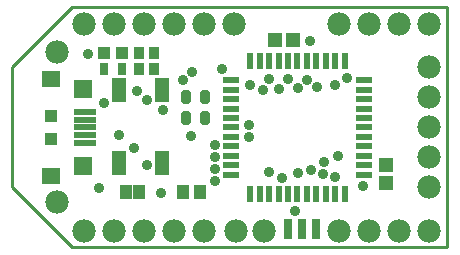
<source format=gts>
G04 Layer_Color=20142*
%FSAX24Y24*%
%MOIN*%
G70*
G01*
G75*
%ADD26C,0.0100*%
%ADD37R,0.0395X0.0395*%
%ADD38R,0.0434X0.0454*%
%ADD39R,0.0356X0.0415*%
%ADD40R,0.0316X0.0395*%
%ADD41R,0.0230X0.0580*%
%ADD42R,0.0580X0.0230*%
%ADD43R,0.0433X0.0433*%
%ADD44R,0.0630X0.0571*%
%ADD45R,0.0591X0.0630*%
%ADD46R,0.0748X0.0197*%
%ADD47R,0.0474X0.0493*%
%ADD48R,0.0434X0.0493*%
%ADD49R,0.0310X0.0700*%
G04:AMPARAMS|DCode=50|XSize=47.4mil|YSize=31.6mil|CornerRadius=6.4mil|HoleSize=0mil|Usage=FLASHONLY|Rotation=90.000|XOffset=0mil|YOffset=0mil|HoleType=Round|Shape=RoundedRectangle|*
%AMROUNDEDRECTD50*
21,1,0.0474,0.0189,0,0,90.0*
21,1,0.0346,0.0316,0,0,90.0*
1,1,0.0127,0.0094,0.0173*
1,1,0.0127,0.0094,-0.0173*
1,1,0.0127,-0.0094,-0.0173*
1,1,0.0127,-0.0094,0.0173*
%
%ADD50ROUNDEDRECTD50*%
%ADD51R,0.0493X0.0474*%
%ADD52R,0.0513X0.0789*%
%ADD53C,0.0780*%
%ADD54C,0.0350*%
D26*
X-014500Y002000D02*
X-012500Y000000D01*
X000000D01*
Y008000D01*
X-012500D02*
X000000D01*
X-014500Y006000D02*
X-012500Y008000D01*
X-014500Y002000D02*
Y006000D01*
D37*
X-011435Y006480D02*
D03*
X-010845D02*
D03*
D38*
X-010273Y001850D02*
D03*
X-010707D02*
D03*
D39*
X-010266Y005950D02*
D03*
X-009774D02*
D03*
X-010266Y006470D02*
D03*
X-009774D02*
D03*
D40*
X-010865Y005960D02*
D03*
X-011435D02*
D03*
D41*
X-006575Y006205D02*
D03*
X-006260D02*
D03*
X-005945D02*
D03*
X-005630D02*
D03*
X-005315D02*
D03*
X-005000D02*
D03*
X-004685D02*
D03*
X-004370D02*
D03*
X-004055D02*
D03*
X-003740D02*
D03*
X-003425D02*
D03*
Y001795D02*
D03*
X-003740D02*
D03*
X-004055D02*
D03*
X-004370D02*
D03*
X-004685D02*
D03*
X-005000D02*
D03*
X-005315D02*
D03*
X-005630D02*
D03*
X-005945D02*
D03*
X-006260D02*
D03*
X-006575D02*
D03*
D42*
X-002795Y005575D02*
D03*
Y005260D02*
D03*
Y004945D02*
D03*
Y004630D02*
D03*
Y004315D02*
D03*
Y004000D02*
D03*
Y003685D02*
D03*
Y003370D02*
D03*
Y003055D02*
D03*
Y002740D02*
D03*
Y002425D02*
D03*
X-007205D02*
D03*
Y002740D02*
D03*
Y003055D02*
D03*
Y003370D02*
D03*
Y003685D02*
D03*
Y004000D02*
D03*
Y004315D02*
D03*
Y004630D02*
D03*
Y004945D02*
D03*
Y005260D02*
D03*
Y005575D02*
D03*
D43*
X-013200Y003606D02*
D03*
Y004394D02*
D03*
D44*
Y005604D02*
D03*
Y002396D02*
D03*
D45*
X-012137Y005280D02*
D03*
Y002720D02*
D03*
D46*
X-012070Y004512D02*
D03*
Y004256D02*
D03*
Y004000D02*
D03*
Y003744D02*
D03*
Y003488D02*
D03*
D47*
X-002050Y002145D02*
D03*
Y002735D02*
D03*
D03*
Y002145D02*
D03*
D48*
X-008255Y001840D02*
D03*
X-008825D02*
D03*
D49*
X-004370Y000630D02*
D03*
X-004850D02*
D03*
X-005322D02*
D03*
D50*
X-008087Y004300D02*
D03*
X-008713D02*
D03*
X-008087Y005000D02*
D03*
X-008713D02*
D03*
D51*
X-005165Y006900D02*
D03*
X-005755D02*
D03*
D52*
X-009500Y002800D02*
D03*
Y005241D02*
D03*
X-010957D02*
D03*
Y002800D02*
D03*
D53*
X-013000Y006500D02*
D03*
Y001500D02*
D03*
X-012100Y007450D02*
D03*
X-008100Y000550D02*
D03*
X-009100D02*
D03*
X-010100D02*
D03*
X-011100D02*
D03*
X-012100D02*
D03*
X-007050D02*
D03*
X-006100D02*
D03*
X-003600D02*
D03*
X-002600D02*
D03*
X-001600D02*
D03*
X-000600D02*
D03*
X-011100Y007450D02*
D03*
X-010100D02*
D03*
X-009100D02*
D03*
X-008100D02*
D03*
X-007100D02*
D03*
X-003600D02*
D03*
X-002600D02*
D03*
X-001600D02*
D03*
X-000600D02*
D03*
Y006000D02*
D03*
Y005000D02*
D03*
Y004000D02*
D03*
Y003000D02*
D03*
Y002000D02*
D03*
D54*
X-010460Y003330D02*
D03*
X-010020Y004920D02*
D03*
X-011990Y006460D02*
D03*
X-010030Y002750D02*
D03*
X-011630Y001980D02*
D03*
X-008500Y005860D02*
D03*
X-009550Y001830D02*
D03*
X-008822Y005575D02*
D03*
X-006575Y005425D02*
D03*
X-007750Y002200D02*
D03*
Y002600D02*
D03*
Y003000D02*
D03*
Y003400D02*
D03*
X-003350Y005650D02*
D03*
X-010350Y005200D02*
D03*
X-002800Y002050D02*
D03*
X-004150Y002450D02*
D03*
X-003750Y002350D02*
D03*
X-003650Y003053D02*
D03*
X-004590Y006890D02*
D03*
X-003750Y005400D02*
D03*
X-008550Y003700D02*
D03*
X-011450Y004800D02*
D03*
X-010950Y003750D02*
D03*
X-004980Y002470D02*
D03*
X-004100Y002850D02*
D03*
X-004560Y002590D02*
D03*
X-009490Y004580D02*
D03*
X-006140Y005240D02*
D03*
X-005630Y005270D02*
D03*
X-004980Y005310D02*
D03*
X-004340Y005350D02*
D03*
X-004680Y005580D02*
D03*
X-005320Y005610D02*
D03*
X-005940D02*
D03*
X-006630Y003670D02*
D03*
X-006600Y004090D02*
D03*
X-007530Y005950D02*
D03*
X-005940Y002500D02*
D03*
X-005520Y002320D02*
D03*
X-005080Y001220D02*
D03*
M02*

</source>
